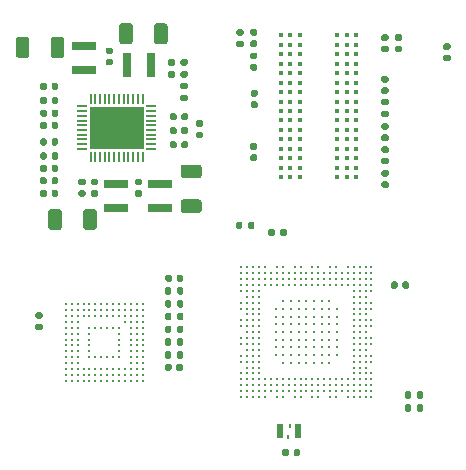
<source format=gbr>
%TF.GenerationSoftware,KiCad,Pcbnew,5.1.10-88a1d61d58~88~ubuntu20.04.1*%
%TF.CreationDate,2021-06-10T18:40:27+05:30*%
%TF.ProjectId,LB1A_DCA7M4_R512MB_F4GB,4c423141-5f44-4434-9137-4d345f523531,1.0.0*%
%TF.SameCoordinates,Original*%
%TF.FileFunction,Paste,Top*%
%TF.FilePolarity,Positive*%
%FSLAX46Y46*%
G04 Gerber Fmt 4.6, Leading zero omitted, Abs format (unit mm)*
G04 Created by KiCad (PCBNEW 5.1.10-88a1d61d58~88~ubuntu20.04.1) date 2021-06-10 18:40:27*
%MOMM*%
%LPD*%
G01*
G04 APERTURE LIST*
%ADD10C,0.240000*%
%ADD11C,0.410000*%
%ADD12R,0.150000X0.450000*%
%ADD13R,0.500000X1.200000*%
%ADD14R,0.200000X0.850000*%
%ADD15R,0.850000X0.200000*%
%ADD16R,4.600000X3.600000*%
%ADD17C,0.290000*%
%ADD18R,2.000000X0.800000*%
%ADD19R,0.800000X2.000000*%
G04 APERTURE END LIST*
D10*
%TO.C,U1*%
X152710000Y-96140000D03*
X152710000Y-96640000D03*
X152710000Y-97140000D03*
X152710000Y-97640000D03*
X152710000Y-98140000D03*
X152710000Y-99140000D03*
X152710000Y-99640000D03*
X152710000Y-100640000D03*
X152710000Y-101140000D03*
X152710000Y-102140000D03*
X152710000Y-102640000D03*
X152710000Y-103640000D03*
X152710000Y-104140000D03*
X152710000Y-105140000D03*
X152710000Y-105640000D03*
X152710000Y-106140000D03*
X152710000Y-106640000D03*
X152710000Y-107140000D03*
X152210000Y-96140000D03*
X152210000Y-96640000D03*
X152210000Y-97140000D03*
X152210000Y-97640000D03*
X152210000Y-98140000D03*
X152210000Y-98640000D03*
X152210000Y-99140000D03*
X152210000Y-99640000D03*
X152210000Y-100140000D03*
X152210000Y-100640000D03*
X152210000Y-101140000D03*
X152210000Y-101640000D03*
X152210000Y-102140000D03*
X152210000Y-102640000D03*
X152210000Y-103140000D03*
X152210000Y-103640000D03*
X152210000Y-104140000D03*
X152210000Y-104640000D03*
X152210000Y-105140000D03*
X152210000Y-105640000D03*
X152210000Y-106140000D03*
X152210000Y-106640000D03*
X152210000Y-107140000D03*
X151710000Y-96140000D03*
X151710000Y-96640000D03*
X151710000Y-97140000D03*
X151710000Y-97640000D03*
X151710000Y-98140000D03*
X151710000Y-98640000D03*
X151710000Y-99140000D03*
X151710000Y-99640000D03*
X151710000Y-100140000D03*
X151710000Y-100640000D03*
X151710000Y-101140000D03*
X151710000Y-101640000D03*
X151710000Y-102140000D03*
X151710000Y-102640000D03*
X151710000Y-103140000D03*
X151710000Y-103640000D03*
X151710000Y-104140000D03*
X151710000Y-104640000D03*
X151710000Y-105140000D03*
X151710000Y-105640000D03*
X151710000Y-106140000D03*
X151710000Y-106640000D03*
X151710000Y-107140000D03*
X151210000Y-96140000D03*
X151210000Y-96640000D03*
X151210000Y-97140000D03*
X151210000Y-97640000D03*
X151210000Y-98140000D03*
X151210000Y-98640000D03*
X151210000Y-99140000D03*
X151210000Y-99640000D03*
X151210000Y-100140000D03*
X151210000Y-100640000D03*
X151210000Y-101140000D03*
X151210000Y-101640000D03*
X151210000Y-102140000D03*
X151210000Y-102640000D03*
X151210000Y-103140000D03*
X151210000Y-103640000D03*
X151210000Y-104140000D03*
X151210000Y-104640000D03*
X151210000Y-105140000D03*
X151210000Y-105640000D03*
X151210000Y-106140000D03*
X151210000Y-106640000D03*
X151210000Y-107140000D03*
X150710000Y-96140000D03*
X150710000Y-96640000D03*
X150710000Y-97140000D03*
X150710000Y-97640000D03*
X150710000Y-105640000D03*
X150710000Y-106140000D03*
X150710000Y-106640000D03*
X150710000Y-107140000D03*
X150210000Y-96640000D03*
X150210000Y-97140000D03*
X150210000Y-97640000D03*
X150210000Y-105640000D03*
X150210000Y-106140000D03*
X150210000Y-106640000D03*
X149710000Y-96140000D03*
X149710000Y-96640000D03*
X149710000Y-97140000D03*
X149710000Y-97640000D03*
X149710000Y-105640000D03*
X149710000Y-106140000D03*
X149710000Y-106640000D03*
X149710000Y-107140000D03*
X149210000Y-96140000D03*
X149210000Y-96640000D03*
X149210000Y-97140000D03*
X149210000Y-97640000D03*
X149810000Y-99690000D03*
X149810000Y-100340000D03*
X149810000Y-100990000D03*
X149810000Y-101640000D03*
X149810000Y-102290000D03*
X149810000Y-102940000D03*
X149810000Y-103590000D03*
X149210000Y-105640000D03*
X149210000Y-106140000D03*
X149210000Y-106640000D03*
X149210000Y-107140000D03*
X148710000Y-96640000D03*
X148710000Y-97140000D03*
X148710000Y-97640000D03*
X149160000Y-99040000D03*
X149160000Y-99690000D03*
X149160000Y-100340000D03*
X149160000Y-100990000D03*
X149160000Y-101640000D03*
X149160000Y-102290000D03*
X149160000Y-102940000D03*
X149160000Y-103590000D03*
X149160000Y-104240000D03*
X148710000Y-105640000D03*
X148710000Y-106140000D03*
X148710000Y-106640000D03*
X148210000Y-96140000D03*
X148210000Y-96640000D03*
X148210000Y-97140000D03*
X148210000Y-97640000D03*
X148510000Y-99040000D03*
X148510000Y-99690000D03*
X148510000Y-100340000D03*
X148510000Y-100990000D03*
X148510000Y-101640000D03*
X148510000Y-102290000D03*
X148510000Y-102940000D03*
X148510000Y-103590000D03*
X148510000Y-104240000D03*
X148210000Y-105640000D03*
X148210000Y-106140000D03*
X148210000Y-106640000D03*
X148210000Y-107140000D03*
X147710000Y-96140000D03*
X147710000Y-96640000D03*
X147710000Y-97140000D03*
X147710000Y-97640000D03*
X147860000Y-99040000D03*
X147860000Y-99690000D03*
X147860000Y-100340000D03*
X147860000Y-100990000D03*
X147860000Y-101640000D03*
X147860000Y-102290000D03*
X147860000Y-102940000D03*
X147860000Y-103590000D03*
X147860000Y-104240000D03*
X147710000Y-105640000D03*
X147710000Y-106140000D03*
X147710000Y-106640000D03*
X147710000Y-107140000D03*
X147210000Y-96640000D03*
X147210000Y-97140000D03*
X147210000Y-97640000D03*
X147210000Y-99040000D03*
X147210000Y-99690000D03*
X147210000Y-100340000D03*
X147210000Y-100990000D03*
X147210000Y-101640000D03*
X147210000Y-102290000D03*
X147210000Y-102940000D03*
X147210000Y-103590000D03*
X147210000Y-104240000D03*
X147210000Y-105640000D03*
X147210000Y-106140000D03*
X147210000Y-106640000D03*
X146710000Y-96140000D03*
X146710000Y-96640000D03*
X146710000Y-97140000D03*
X146710000Y-97640000D03*
X146560000Y-99040000D03*
X146560000Y-99690000D03*
X146560000Y-100340000D03*
X146560000Y-100990000D03*
X146560000Y-101640000D03*
X146560000Y-102290000D03*
X146560000Y-102940000D03*
X146560000Y-103590000D03*
X146560000Y-104240000D03*
X146710000Y-105640000D03*
X146710000Y-106140000D03*
X146710000Y-106640000D03*
X146710000Y-107140000D03*
X146210000Y-96140000D03*
X146210000Y-96640000D03*
X146210000Y-97140000D03*
X146210000Y-97640000D03*
X145910000Y-99040000D03*
X145910000Y-99690000D03*
X145910000Y-100340000D03*
X145910000Y-100990000D03*
X145910000Y-101640000D03*
X145910000Y-102290000D03*
X145910000Y-102940000D03*
X145910000Y-103590000D03*
X145910000Y-104240000D03*
X146210000Y-105640000D03*
X146210000Y-106140000D03*
X146210000Y-106640000D03*
X146210000Y-107140000D03*
X145710000Y-96640000D03*
X145710000Y-97140000D03*
X145710000Y-97640000D03*
X145260000Y-99040000D03*
X145260000Y-99690000D03*
X145260000Y-100340000D03*
X145260000Y-100990000D03*
X145260000Y-101640000D03*
X145260000Y-102290000D03*
X145260000Y-102940000D03*
X145260000Y-103590000D03*
X145260000Y-104240000D03*
X145710000Y-105640000D03*
X145710000Y-106140000D03*
X145710000Y-106640000D03*
X145210000Y-96140000D03*
X145210000Y-96640000D03*
X145210000Y-97140000D03*
X145210000Y-97640000D03*
X144610000Y-99690000D03*
X144610000Y-100340000D03*
X144610000Y-100990000D03*
X144610000Y-101640000D03*
X144610000Y-102290000D03*
X144610000Y-102940000D03*
X144610000Y-103590000D03*
X145210000Y-105640000D03*
X145210000Y-106140000D03*
X145210000Y-106640000D03*
X145210000Y-107140000D03*
X144710000Y-96140000D03*
X144710000Y-96640000D03*
X144710000Y-97140000D03*
X144710000Y-97640000D03*
X144710000Y-105640000D03*
X144710000Y-106140000D03*
X144710000Y-106640000D03*
X144710000Y-107140000D03*
X144210000Y-96640000D03*
X144210000Y-97140000D03*
X144210000Y-97640000D03*
X144210000Y-105640000D03*
X144210000Y-106140000D03*
X144210000Y-106640000D03*
X143710000Y-96140000D03*
X143710000Y-96640000D03*
X143710000Y-97140000D03*
X143710000Y-97640000D03*
X143710000Y-105640000D03*
X143710000Y-106140000D03*
X143710000Y-106640000D03*
X143710000Y-107140000D03*
X143210000Y-96140000D03*
X143210000Y-96640000D03*
X143210000Y-97140000D03*
X143210000Y-97640000D03*
X143210000Y-98140000D03*
X143210000Y-98640000D03*
X143210000Y-99140000D03*
X143210000Y-99640000D03*
X143210000Y-100140000D03*
X143210000Y-100640000D03*
X143210000Y-101140000D03*
X143210000Y-101640000D03*
X143210000Y-102140000D03*
X143210000Y-102640000D03*
X143210000Y-103140000D03*
X143210000Y-103640000D03*
X143210000Y-104140000D03*
X143210000Y-104640000D03*
X143210000Y-105140000D03*
X143210000Y-105640000D03*
X143210000Y-106140000D03*
X143210000Y-106640000D03*
X143210000Y-107140000D03*
X142710000Y-96140000D03*
X142710000Y-96640000D03*
X142710000Y-97140000D03*
X142710000Y-97640000D03*
X142710000Y-98140000D03*
X142710000Y-98640000D03*
X142710000Y-99140000D03*
X142710000Y-99640000D03*
X142710000Y-100140000D03*
X142710000Y-100640000D03*
X142710000Y-101140000D03*
X142710000Y-101640000D03*
X142710000Y-102140000D03*
X142710000Y-102640000D03*
X142710000Y-103140000D03*
X142710000Y-103640000D03*
X142710000Y-104140000D03*
X142710000Y-104640000D03*
X142710000Y-105140000D03*
X142710000Y-105640000D03*
X142710000Y-106140000D03*
X142710000Y-106640000D03*
X142710000Y-107140000D03*
X142210000Y-96140000D03*
X142210000Y-96640000D03*
X142210000Y-97140000D03*
X142210000Y-97640000D03*
X142210000Y-98140000D03*
X142210000Y-98640000D03*
X142210000Y-99140000D03*
X142210000Y-99640000D03*
X142210000Y-100140000D03*
X142210000Y-100640000D03*
X142210000Y-101140000D03*
X142210000Y-101640000D03*
X142210000Y-102140000D03*
X142210000Y-102640000D03*
X142210000Y-103140000D03*
X142210000Y-103640000D03*
X142210000Y-104140000D03*
X142210000Y-104640000D03*
X142210000Y-105140000D03*
X142210000Y-105640000D03*
X142210000Y-106140000D03*
X142210000Y-106640000D03*
X142210000Y-107140000D03*
X141710000Y-96140000D03*
X141710000Y-96640000D03*
X141710000Y-97140000D03*
X141710000Y-97640000D03*
X141710000Y-98140000D03*
X141710000Y-99140000D03*
X141710000Y-99640000D03*
X141710000Y-100640000D03*
X141710000Y-101140000D03*
X141710000Y-102140000D03*
X141710000Y-102640000D03*
X141710000Y-103640000D03*
X141710000Y-104140000D03*
X141710000Y-105140000D03*
X141710000Y-105640000D03*
X141710000Y-106140000D03*
X141710000Y-106640000D03*
X141710000Y-107140000D03*
%TD*%
%TO.C,U1*%
X141710000Y-107140000D03*
X141710000Y-106640000D03*
X141710000Y-106140000D03*
X141710000Y-105640000D03*
X141710000Y-105140000D03*
X141710000Y-104140000D03*
X141710000Y-103640000D03*
X141710000Y-102640000D03*
X141710000Y-102140000D03*
X141710000Y-101140000D03*
X141710000Y-100640000D03*
X141710000Y-99640000D03*
X141710000Y-99140000D03*
X141710000Y-98140000D03*
X141710000Y-97640000D03*
X141710000Y-97140000D03*
X141710000Y-96640000D03*
X141710000Y-96140000D03*
X142210000Y-107140000D03*
X142210000Y-106640000D03*
X142210000Y-106140000D03*
X142210000Y-105640000D03*
X142210000Y-105140000D03*
X142210000Y-104640000D03*
X142210000Y-104140000D03*
X142210000Y-103640000D03*
X142210000Y-103140000D03*
X142210000Y-102640000D03*
X142210000Y-102140000D03*
X142210000Y-101640000D03*
X142210000Y-101140000D03*
X142210000Y-100640000D03*
X142210000Y-100140000D03*
X142210000Y-99640000D03*
X142210000Y-99140000D03*
X142210000Y-98640000D03*
X142210000Y-98140000D03*
X142210000Y-97640000D03*
X142210000Y-97140000D03*
X142210000Y-96640000D03*
X142210000Y-96140000D03*
X142710000Y-107140000D03*
X142710000Y-106640000D03*
X142710000Y-106140000D03*
X142710000Y-105640000D03*
X142710000Y-105140000D03*
X142710000Y-104640000D03*
X142710000Y-104140000D03*
X142710000Y-103640000D03*
X142710000Y-103140000D03*
X142710000Y-102640000D03*
X142710000Y-102140000D03*
X142710000Y-101640000D03*
X142710000Y-101140000D03*
X142710000Y-100640000D03*
X142710000Y-100140000D03*
X142710000Y-99640000D03*
X142710000Y-99140000D03*
X142710000Y-98640000D03*
X142710000Y-98140000D03*
X142710000Y-97640000D03*
X142710000Y-97140000D03*
X142710000Y-96640000D03*
X142710000Y-96140000D03*
X143210000Y-107140000D03*
X143210000Y-106640000D03*
X143210000Y-106140000D03*
X143210000Y-105640000D03*
X143210000Y-105140000D03*
X143210000Y-104640000D03*
X143210000Y-104140000D03*
X143210000Y-103640000D03*
X143210000Y-103140000D03*
X143210000Y-102640000D03*
X143210000Y-102140000D03*
X143210000Y-101640000D03*
X143210000Y-101140000D03*
X143210000Y-100640000D03*
X143210000Y-100140000D03*
X143210000Y-99640000D03*
X143210000Y-99140000D03*
X143210000Y-98640000D03*
X143210000Y-98140000D03*
X143210000Y-97640000D03*
X143210000Y-97140000D03*
X143210000Y-96640000D03*
X143210000Y-96140000D03*
X143710000Y-107140000D03*
X143710000Y-106640000D03*
X143710000Y-106140000D03*
X143710000Y-105640000D03*
X143710000Y-97640000D03*
X143710000Y-97140000D03*
X143710000Y-96640000D03*
X143710000Y-96140000D03*
X144210000Y-106640000D03*
X144210000Y-106140000D03*
X144210000Y-105640000D03*
X144210000Y-97640000D03*
X144210000Y-97140000D03*
X144210000Y-96640000D03*
X144710000Y-107140000D03*
X144710000Y-106640000D03*
X144710000Y-106140000D03*
X144710000Y-105640000D03*
X144710000Y-97640000D03*
X144710000Y-97140000D03*
X144710000Y-96640000D03*
X144710000Y-96140000D03*
X145210000Y-107140000D03*
X145210000Y-106640000D03*
X145210000Y-106140000D03*
X145210000Y-105640000D03*
X144610000Y-103590000D03*
X144610000Y-102940000D03*
X144610000Y-102290000D03*
X144610000Y-101640000D03*
X144610000Y-100990000D03*
X144610000Y-100340000D03*
X144610000Y-99690000D03*
X145210000Y-97640000D03*
X145210000Y-97140000D03*
X145210000Y-96640000D03*
X145210000Y-96140000D03*
X145710000Y-106640000D03*
X145710000Y-106140000D03*
X145710000Y-105640000D03*
X145260000Y-104240000D03*
X145260000Y-103590000D03*
X145260000Y-102940000D03*
X145260000Y-102290000D03*
X145260000Y-101640000D03*
X145260000Y-100990000D03*
X145260000Y-100340000D03*
X145260000Y-99690000D03*
X145260000Y-99040000D03*
X145710000Y-97640000D03*
X145710000Y-97140000D03*
X145710000Y-96640000D03*
X146210000Y-107140000D03*
X146210000Y-106640000D03*
X146210000Y-106140000D03*
X146210000Y-105640000D03*
X145910000Y-104240000D03*
X145910000Y-103590000D03*
X145910000Y-102940000D03*
X145910000Y-102290000D03*
X145910000Y-101640000D03*
X145910000Y-100990000D03*
X145910000Y-100340000D03*
X145910000Y-99690000D03*
X145910000Y-99040000D03*
X146210000Y-97640000D03*
X146210000Y-97140000D03*
X146210000Y-96640000D03*
X146210000Y-96140000D03*
X146710000Y-107140000D03*
X146710000Y-106640000D03*
X146710000Y-106140000D03*
X146710000Y-105640000D03*
X146560000Y-104240000D03*
X146560000Y-103590000D03*
X146560000Y-102940000D03*
X146560000Y-102290000D03*
X146560000Y-101640000D03*
X146560000Y-100990000D03*
X146560000Y-100340000D03*
X146560000Y-99690000D03*
X146560000Y-99040000D03*
X146710000Y-97640000D03*
X146710000Y-97140000D03*
X146710000Y-96640000D03*
X146710000Y-96140000D03*
X147210000Y-106640000D03*
X147210000Y-106140000D03*
X147210000Y-105640000D03*
X147210000Y-104240000D03*
X147210000Y-103590000D03*
X147210000Y-102940000D03*
X147210000Y-102290000D03*
X147210000Y-101640000D03*
X147210000Y-100990000D03*
X147210000Y-100340000D03*
X147210000Y-99690000D03*
X147210000Y-99040000D03*
X147210000Y-97640000D03*
X147210000Y-97140000D03*
X147210000Y-96640000D03*
X147710000Y-107140000D03*
X147710000Y-106640000D03*
X147710000Y-106140000D03*
X147710000Y-105640000D03*
X147860000Y-104240000D03*
X147860000Y-103590000D03*
X147860000Y-102940000D03*
X147860000Y-102290000D03*
X147860000Y-101640000D03*
X147860000Y-100990000D03*
X147860000Y-100340000D03*
X147860000Y-99690000D03*
X147860000Y-99040000D03*
X147710000Y-97640000D03*
X147710000Y-97140000D03*
X147710000Y-96640000D03*
X147710000Y-96140000D03*
X148210000Y-107140000D03*
X148210000Y-106640000D03*
X148210000Y-106140000D03*
X148210000Y-105640000D03*
X148510000Y-104240000D03*
X148510000Y-103590000D03*
X148510000Y-102940000D03*
X148510000Y-102290000D03*
X148510000Y-101640000D03*
X148510000Y-100990000D03*
X148510000Y-100340000D03*
X148510000Y-99690000D03*
X148510000Y-99040000D03*
X148210000Y-97640000D03*
X148210000Y-97140000D03*
X148210000Y-96640000D03*
X148210000Y-96140000D03*
X148710000Y-106640000D03*
X148710000Y-106140000D03*
X148710000Y-105640000D03*
X149160000Y-104240000D03*
X149160000Y-103590000D03*
X149160000Y-102940000D03*
X149160000Y-102290000D03*
X149160000Y-101640000D03*
X149160000Y-100990000D03*
X149160000Y-100340000D03*
X149160000Y-99690000D03*
X149160000Y-99040000D03*
X148710000Y-97640000D03*
X148710000Y-97140000D03*
X148710000Y-96640000D03*
X149210000Y-107140000D03*
X149210000Y-106640000D03*
X149210000Y-106140000D03*
X149210000Y-105640000D03*
X149810000Y-103590000D03*
X149810000Y-102940000D03*
X149810000Y-102290000D03*
X149810000Y-101640000D03*
X149810000Y-100990000D03*
X149810000Y-100340000D03*
X149810000Y-99690000D03*
X149210000Y-97640000D03*
X149210000Y-97140000D03*
X149210000Y-96640000D03*
X149210000Y-96140000D03*
X149710000Y-107140000D03*
X149710000Y-106640000D03*
X149710000Y-106140000D03*
X149710000Y-105640000D03*
X149710000Y-97640000D03*
X149710000Y-97140000D03*
X149710000Y-96640000D03*
X149710000Y-96140000D03*
X150210000Y-106640000D03*
X150210000Y-106140000D03*
X150210000Y-105640000D03*
X150210000Y-97640000D03*
X150210000Y-97140000D03*
X150210000Y-96640000D03*
X150710000Y-107140000D03*
X150710000Y-106640000D03*
X150710000Y-106140000D03*
X150710000Y-105640000D03*
X150710000Y-97640000D03*
X150710000Y-97140000D03*
X150710000Y-96640000D03*
X150710000Y-96140000D03*
X151210000Y-107140000D03*
X151210000Y-106640000D03*
X151210000Y-106140000D03*
X151210000Y-105640000D03*
X151210000Y-105140000D03*
X151210000Y-104640000D03*
X151210000Y-104140000D03*
X151210000Y-103640000D03*
X151210000Y-103140000D03*
X151210000Y-102640000D03*
X151210000Y-102140000D03*
X151210000Y-101640000D03*
X151210000Y-101140000D03*
X151210000Y-100640000D03*
X151210000Y-100140000D03*
X151210000Y-99640000D03*
X151210000Y-99140000D03*
X151210000Y-98640000D03*
X151210000Y-98140000D03*
X151210000Y-97640000D03*
X151210000Y-97140000D03*
X151210000Y-96640000D03*
X151210000Y-96140000D03*
X151710000Y-107140000D03*
X151710000Y-106640000D03*
X151710000Y-106140000D03*
X151710000Y-105640000D03*
X151710000Y-105140000D03*
X151710000Y-104640000D03*
X151710000Y-104140000D03*
X151710000Y-103640000D03*
X151710000Y-103140000D03*
X151710000Y-102640000D03*
X151710000Y-102140000D03*
X151710000Y-101640000D03*
X151710000Y-101140000D03*
X151710000Y-100640000D03*
X151710000Y-100140000D03*
X151710000Y-99640000D03*
X151710000Y-99140000D03*
X151710000Y-98640000D03*
X151710000Y-98140000D03*
X151710000Y-97640000D03*
X151710000Y-97140000D03*
X151710000Y-96640000D03*
X151710000Y-96140000D03*
X152210000Y-107140000D03*
X152210000Y-106640000D03*
X152210000Y-106140000D03*
X152210000Y-105640000D03*
X152210000Y-105140000D03*
X152210000Y-104640000D03*
X152210000Y-104140000D03*
X152210000Y-103640000D03*
X152210000Y-103140000D03*
X152210000Y-102640000D03*
X152210000Y-102140000D03*
X152210000Y-101640000D03*
X152210000Y-101140000D03*
X152210000Y-100640000D03*
X152210000Y-100140000D03*
X152210000Y-99640000D03*
X152210000Y-99140000D03*
X152210000Y-98640000D03*
X152210000Y-98140000D03*
X152210000Y-97640000D03*
X152210000Y-97140000D03*
X152210000Y-96640000D03*
X152210000Y-96140000D03*
X152710000Y-107140000D03*
X152710000Y-106640000D03*
X152710000Y-106140000D03*
X152710000Y-105640000D03*
X152710000Y-105140000D03*
X152710000Y-104140000D03*
X152710000Y-103640000D03*
X152710000Y-102640000D03*
X152710000Y-102140000D03*
X152710000Y-101140000D03*
X152710000Y-100640000D03*
X152710000Y-99640000D03*
X152710000Y-99140000D03*
X152710000Y-98140000D03*
X152710000Y-97640000D03*
X152710000Y-97140000D03*
X152710000Y-96640000D03*
X152710000Y-96140000D03*
%TD*%
D11*
%TO.C,U2*%
X145030000Y-76520000D03*
X145830000Y-76520000D03*
X146630000Y-76520000D03*
X149830000Y-76520000D03*
X150630000Y-76520000D03*
X151430000Y-76520000D03*
X145030000Y-77320000D03*
X145830000Y-77320000D03*
X146630000Y-77320000D03*
X149830000Y-77320000D03*
X150630000Y-77320000D03*
X151430000Y-77320000D03*
X145030000Y-78120000D03*
X145830000Y-78120000D03*
X146630000Y-78120000D03*
X149830000Y-78120000D03*
X150630000Y-78120000D03*
X151430000Y-78120000D03*
X145030000Y-78920000D03*
X145830000Y-78920000D03*
X146630000Y-78920000D03*
X149830000Y-78920000D03*
X150630000Y-78920000D03*
X151430000Y-78920000D03*
X145030000Y-79720000D03*
X145830000Y-79720000D03*
X146630000Y-79720000D03*
X149830000Y-79720000D03*
X150630000Y-79720000D03*
X151430000Y-79720000D03*
X145030000Y-80520000D03*
X145830000Y-80520000D03*
X146630000Y-80520000D03*
X149830000Y-80520000D03*
X150630000Y-80520000D03*
X151430000Y-80520000D03*
X145030000Y-81320000D03*
X145830000Y-81320000D03*
X146630000Y-81320000D03*
X149830000Y-81320000D03*
X150630000Y-81320000D03*
X151430000Y-81320000D03*
X145030000Y-82120000D03*
X145830000Y-82120000D03*
X146630000Y-82120000D03*
X149830000Y-82120000D03*
X150630000Y-82120000D03*
X151430000Y-82120000D03*
X145030000Y-82920000D03*
X145830000Y-82920000D03*
X146630000Y-82920000D03*
X149830000Y-82920000D03*
X150630000Y-82920000D03*
X151430000Y-82920000D03*
X145030000Y-83720000D03*
X145830000Y-83720000D03*
X146630000Y-83720000D03*
X149830000Y-83720000D03*
X150630000Y-83720000D03*
X151430000Y-83720000D03*
X145030000Y-84520000D03*
X145830000Y-84520000D03*
X146630000Y-84520000D03*
X149830000Y-84520000D03*
X150630000Y-84520000D03*
X151430000Y-84520000D03*
X145030000Y-85320000D03*
X145830000Y-85320000D03*
X146630000Y-85320000D03*
X149830000Y-85320000D03*
X150630000Y-85320000D03*
X151430000Y-85320000D03*
X145030000Y-86120000D03*
X145830000Y-86120000D03*
X146630000Y-86120000D03*
X149830000Y-86120000D03*
X150630000Y-86120000D03*
X151430000Y-86120000D03*
X145030000Y-86920000D03*
X145830000Y-86920000D03*
X146630000Y-86920000D03*
X149830000Y-86920000D03*
X150630000Y-86920000D03*
X151430000Y-86920000D03*
X145030000Y-87720000D03*
X145830000Y-87720000D03*
X146630000Y-87720000D03*
X149830000Y-87720000D03*
X150630000Y-87720000D03*
X151430000Y-87720000D03*
X145030000Y-88520000D03*
X145830000Y-88520000D03*
X146630000Y-88520000D03*
X149830000Y-88520000D03*
X150630000Y-88520000D03*
X151430000Y-88520000D03*
%TD*%
%TO.C,R6*%
G36*
G01*
X156550000Y-107155000D02*
X156550000Y-106785000D01*
G75*
G02*
X156685000Y-106650000I135000J0D01*
G01*
X156955000Y-106650000D01*
G75*
G02*
X157090000Y-106785000I0J-135000D01*
G01*
X157090000Y-107155000D01*
G75*
G02*
X156955000Y-107290000I-135000J0D01*
G01*
X156685000Y-107290000D01*
G75*
G02*
X156550000Y-107155000I0J135000D01*
G01*
G37*
G36*
G01*
X155530000Y-107155000D02*
X155530000Y-106785000D01*
G75*
G02*
X155665000Y-106650000I135000J0D01*
G01*
X155935000Y-106650000D01*
G75*
G02*
X156070000Y-106785000I0J-135000D01*
G01*
X156070000Y-107155000D01*
G75*
G02*
X155935000Y-107290000I-135000J0D01*
G01*
X155665000Y-107290000D01*
G75*
G02*
X155530000Y-107155000I0J135000D01*
G01*
G37*
%TD*%
%TO.C,C77*%
G36*
G01*
X146120000Y-112020000D02*
X146120000Y-111680000D01*
G75*
G02*
X146260000Y-111540000I140000J0D01*
G01*
X146540000Y-111540000D01*
G75*
G02*
X146680000Y-111680000I0J-140000D01*
G01*
X146680000Y-112020000D01*
G75*
G02*
X146540000Y-112160000I-140000J0D01*
G01*
X146260000Y-112160000D01*
G75*
G02*
X146120000Y-112020000I0J140000D01*
G01*
G37*
G36*
G01*
X145160000Y-112020000D02*
X145160000Y-111680000D01*
G75*
G02*
X145300000Y-111540000I140000J0D01*
G01*
X145580000Y-111540000D01*
G75*
G02*
X145720000Y-111680000I0J-140000D01*
G01*
X145720000Y-112020000D01*
G75*
G02*
X145580000Y-112160000I-140000J0D01*
G01*
X145300000Y-112160000D01*
G75*
G02*
X145160000Y-112020000I0J140000D01*
G01*
G37*
%TD*%
D12*
%TO.C,X1*%
X145640000Y-110490000D03*
X145840000Y-109590000D03*
D13*
X146490000Y-110040000D03*
X144990000Y-110040000D03*
%TD*%
D14*
%TO.C,U4*%
X133330000Y-81880000D03*
X132930000Y-81880000D03*
X132530000Y-81880000D03*
X132130000Y-81880000D03*
X131730000Y-81880000D03*
X131330000Y-81880000D03*
X130930000Y-81880000D03*
X130530000Y-81880000D03*
X130130000Y-81880000D03*
X129730000Y-81880000D03*
X129330000Y-81880000D03*
X128930000Y-81880000D03*
D15*
X128180000Y-82530000D03*
X128180000Y-82930000D03*
X128180000Y-83330000D03*
X128180000Y-83730000D03*
X128180000Y-84130000D03*
X128180000Y-84530000D03*
X128180000Y-84930000D03*
X128180000Y-85330000D03*
X128180000Y-85730000D03*
X128180000Y-86130000D03*
D14*
X128930000Y-86780000D03*
X129330000Y-86780000D03*
X129730000Y-86780000D03*
X130130000Y-86780000D03*
X130530000Y-86780000D03*
X130930000Y-86780000D03*
X131330000Y-86780000D03*
X131730000Y-86780000D03*
X132130000Y-86780000D03*
X132530000Y-86780000D03*
X132930000Y-86780000D03*
X133330000Y-86780000D03*
D15*
X134080000Y-86130000D03*
X134080000Y-85730000D03*
X134080000Y-85330000D03*
X134080000Y-84930000D03*
X134080000Y-84530000D03*
X134080000Y-84130000D03*
X134080000Y-83730000D03*
X134080000Y-83330000D03*
X134080000Y-82930000D03*
X134080000Y-82530000D03*
D16*
X131130000Y-84330000D03*
%TD*%
D17*
%TO.C,U3*%
X133340000Y-99270000D03*
X133340000Y-99770000D03*
X133340000Y-100270000D03*
X133340000Y-100770000D03*
X133340000Y-101270000D03*
X133340000Y-101770000D03*
X133340000Y-102270000D03*
X133340000Y-102770000D03*
X133340000Y-103270000D03*
X133340000Y-103770000D03*
X133340000Y-104270000D03*
X133340000Y-104770000D03*
X133340000Y-105270000D03*
X133340000Y-105770000D03*
X132840000Y-99270000D03*
X132840000Y-99770000D03*
X132840000Y-100270000D03*
X132840000Y-100770000D03*
X132840000Y-101270000D03*
X132840000Y-101770000D03*
X132840000Y-102270000D03*
X132840000Y-102770000D03*
X132840000Y-103270000D03*
X132840000Y-103770000D03*
X132840000Y-104270000D03*
X132840000Y-104770000D03*
X132840000Y-105270000D03*
X132840000Y-105770000D03*
X132340000Y-99270000D03*
X132340000Y-99770000D03*
X132340000Y-100270000D03*
X132340000Y-100770000D03*
X132340000Y-101270000D03*
X132340000Y-101770000D03*
X132340000Y-102270000D03*
X132340000Y-102770000D03*
X132340000Y-103270000D03*
X132340000Y-103770000D03*
X132340000Y-104270000D03*
X132340000Y-104770000D03*
X132340000Y-105270000D03*
X132340000Y-105770000D03*
X131840000Y-99270000D03*
X131840000Y-99770000D03*
X131840000Y-100270000D03*
X131840000Y-100770000D03*
X131840000Y-104770000D03*
X131840000Y-105270000D03*
X131840000Y-105770000D03*
X131340000Y-99270000D03*
X131340000Y-99770000D03*
X131340000Y-100270000D03*
X131340000Y-101270000D03*
X131340000Y-101770000D03*
X131340000Y-102270000D03*
X131340000Y-102770000D03*
X131340000Y-103270000D03*
X131340000Y-103770000D03*
X131340000Y-104770000D03*
X131340000Y-105270000D03*
X131340000Y-105770000D03*
X130840000Y-99270000D03*
X130840000Y-99770000D03*
X130840000Y-100270000D03*
X130840000Y-101270000D03*
X130840000Y-103770000D03*
X130840000Y-104770000D03*
X130840000Y-105270000D03*
X130840000Y-105770000D03*
X130340000Y-99270000D03*
X130340000Y-99770000D03*
X130340000Y-100270000D03*
X130340000Y-101270000D03*
X130340000Y-103770000D03*
X130340000Y-104770000D03*
X130340000Y-105270000D03*
X130340000Y-105770000D03*
X129840000Y-99270000D03*
X129840000Y-99770000D03*
X129840000Y-100270000D03*
X129840000Y-101270000D03*
X129840000Y-103770000D03*
X129840000Y-104770000D03*
X129840000Y-105270000D03*
X129840000Y-105770000D03*
X129340000Y-99270000D03*
X129340000Y-99770000D03*
X129340000Y-100270000D03*
X129340000Y-101270000D03*
X129340000Y-103770000D03*
X129340000Y-104770000D03*
X129340000Y-105270000D03*
X129340000Y-105770000D03*
X128840000Y-99270000D03*
X128840000Y-99770000D03*
X128840000Y-100270000D03*
X128840000Y-101270000D03*
X128840000Y-101770000D03*
X128840000Y-102270000D03*
X128840000Y-102770000D03*
X128840000Y-103270000D03*
X128840000Y-103770000D03*
X128840000Y-104770000D03*
X128840000Y-105270000D03*
X128840000Y-105770000D03*
X128340000Y-99270000D03*
X128340000Y-99770000D03*
X128340000Y-100270000D03*
X128340000Y-104770000D03*
X128340000Y-105270000D03*
X128340000Y-105770000D03*
X127840000Y-99270000D03*
X127840000Y-99770000D03*
X127840000Y-100270000D03*
X127840000Y-100770000D03*
X127840000Y-101270000D03*
X127840000Y-101770000D03*
X127840000Y-102270000D03*
X127840000Y-102770000D03*
X127840000Y-103270000D03*
X127840000Y-103770000D03*
X127840000Y-104270000D03*
X127840000Y-104770000D03*
X127840000Y-105270000D03*
X127840000Y-105770000D03*
X127340000Y-99270000D03*
X127340000Y-99770000D03*
X127340000Y-100270000D03*
X127340000Y-100770000D03*
X127340000Y-101270000D03*
X127340000Y-101770000D03*
X127340000Y-102270000D03*
X127340000Y-102770000D03*
X127340000Y-103270000D03*
X127340000Y-103770000D03*
X127340000Y-104270000D03*
X127340000Y-104770000D03*
X127340000Y-105270000D03*
X127340000Y-105770000D03*
X126840000Y-99270000D03*
X126840000Y-99770000D03*
X126840000Y-100270000D03*
X126840000Y-100770000D03*
X126840000Y-101270000D03*
X126840000Y-101770000D03*
X126840000Y-102270000D03*
X126840000Y-102770000D03*
X126840000Y-103270000D03*
X126840000Y-103770000D03*
X126840000Y-104270000D03*
X126840000Y-104770000D03*
X126840000Y-105270000D03*
X126840000Y-105770000D03*
%TD*%
%TO.C,R46*%
G36*
G01*
X136655000Y-81540000D02*
X137025000Y-81540000D01*
G75*
G02*
X137160000Y-81675000I0J-135000D01*
G01*
X137160000Y-81945000D01*
G75*
G02*
X137025000Y-82080000I-135000J0D01*
G01*
X136655000Y-82080000D01*
G75*
G02*
X136520000Y-81945000I0J135000D01*
G01*
X136520000Y-81675000D01*
G75*
G02*
X136655000Y-81540000I135000J0D01*
G01*
G37*
G36*
G01*
X136655000Y-80520000D02*
X137025000Y-80520000D01*
G75*
G02*
X137160000Y-80655000I0J-135000D01*
G01*
X137160000Y-80925000D01*
G75*
G02*
X137025000Y-81060000I-135000J0D01*
G01*
X136655000Y-81060000D01*
G75*
G02*
X136520000Y-80925000I0J135000D01*
G01*
X136520000Y-80655000D01*
G75*
G02*
X136655000Y-80520000I135000J0D01*
G01*
G37*
%TD*%
%TO.C,R43*%
G36*
G01*
X135760000Y-103375000D02*
X135760000Y-103745000D01*
G75*
G02*
X135625000Y-103880000I-135000J0D01*
G01*
X135355000Y-103880000D01*
G75*
G02*
X135220000Y-103745000I0J135000D01*
G01*
X135220000Y-103375000D01*
G75*
G02*
X135355000Y-103240000I135000J0D01*
G01*
X135625000Y-103240000D01*
G75*
G02*
X135760000Y-103375000I0J-135000D01*
G01*
G37*
G36*
G01*
X136780000Y-103375000D02*
X136780000Y-103745000D01*
G75*
G02*
X136645000Y-103880000I-135000J0D01*
G01*
X136375000Y-103880000D01*
G75*
G02*
X136240000Y-103745000I0J135000D01*
G01*
X136240000Y-103375000D01*
G75*
G02*
X136375000Y-103240000I135000J0D01*
G01*
X136645000Y-103240000D01*
G75*
G02*
X136780000Y-103375000I0J-135000D01*
G01*
G37*
%TD*%
%TO.C,R40*%
G36*
G01*
X135780000Y-99055000D02*
X135780000Y-99425000D01*
G75*
G02*
X135645000Y-99560000I-135000J0D01*
G01*
X135375000Y-99560000D01*
G75*
G02*
X135240000Y-99425000I0J135000D01*
G01*
X135240000Y-99055000D01*
G75*
G02*
X135375000Y-98920000I135000J0D01*
G01*
X135645000Y-98920000D01*
G75*
G02*
X135780000Y-99055000I0J-135000D01*
G01*
G37*
G36*
G01*
X136800000Y-99055000D02*
X136800000Y-99425000D01*
G75*
G02*
X136665000Y-99560000I-135000J0D01*
G01*
X136395000Y-99560000D01*
G75*
G02*
X136260000Y-99425000I0J135000D01*
G01*
X136260000Y-99055000D01*
G75*
G02*
X136395000Y-98920000I135000J0D01*
G01*
X136665000Y-98920000D01*
G75*
G02*
X136800000Y-99055000I0J-135000D01*
G01*
G37*
%TD*%
%TO.C,R39*%
G36*
G01*
X135780000Y-97965000D02*
X135780000Y-98335000D01*
G75*
G02*
X135645000Y-98470000I-135000J0D01*
G01*
X135375000Y-98470000D01*
G75*
G02*
X135240000Y-98335000I0J135000D01*
G01*
X135240000Y-97965000D01*
G75*
G02*
X135375000Y-97830000I135000J0D01*
G01*
X135645000Y-97830000D01*
G75*
G02*
X135780000Y-97965000I0J-135000D01*
G01*
G37*
G36*
G01*
X136800000Y-97965000D02*
X136800000Y-98335000D01*
G75*
G02*
X136665000Y-98470000I-135000J0D01*
G01*
X136395000Y-98470000D01*
G75*
G02*
X136260000Y-98335000I0J135000D01*
G01*
X136260000Y-97965000D01*
G75*
G02*
X136395000Y-97830000I135000J0D01*
G01*
X136665000Y-97830000D01*
G75*
G02*
X136800000Y-97965000I0J-135000D01*
G01*
G37*
%TD*%
%TO.C,R38*%
G36*
G01*
X135770000Y-102305000D02*
X135770000Y-102675000D01*
G75*
G02*
X135635000Y-102810000I-135000J0D01*
G01*
X135365000Y-102810000D01*
G75*
G02*
X135230000Y-102675000I0J135000D01*
G01*
X135230000Y-102305000D01*
G75*
G02*
X135365000Y-102170000I135000J0D01*
G01*
X135635000Y-102170000D01*
G75*
G02*
X135770000Y-102305000I0J-135000D01*
G01*
G37*
G36*
G01*
X136790000Y-102305000D02*
X136790000Y-102675000D01*
G75*
G02*
X136655000Y-102810000I-135000J0D01*
G01*
X136385000Y-102810000D01*
G75*
G02*
X136250000Y-102675000I0J135000D01*
G01*
X136250000Y-102305000D01*
G75*
G02*
X136385000Y-102170000I135000J0D01*
G01*
X136655000Y-102170000D01*
G75*
G02*
X136790000Y-102305000I0J-135000D01*
G01*
G37*
%TD*%
%TO.C,R37*%
G36*
G01*
X135770000Y-101215000D02*
X135770000Y-101585000D01*
G75*
G02*
X135635000Y-101720000I-135000J0D01*
G01*
X135365000Y-101720000D01*
G75*
G02*
X135230000Y-101585000I0J135000D01*
G01*
X135230000Y-101215000D01*
G75*
G02*
X135365000Y-101080000I135000J0D01*
G01*
X135635000Y-101080000D01*
G75*
G02*
X135770000Y-101215000I0J-135000D01*
G01*
G37*
G36*
G01*
X136790000Y-101215000D02*
X136790000Y-101585000D01*
G75*
G02*
X136655000Y-101720000I-135000J0D01*
G01*
X136385000Y-101720000D01*
G75*
G02*
X136250000Y-101585000I0J135000D01*
G01*
X136250000Y-101215000D01*
G75*
G02*
X136385000Y-101080000I135000J0D01*
G01*
X136655000Y-101080000D01*
G75*
G02*
X136790000Y-101215000I0J-135000D01*
G01*
G37*
%TD*%
%TO.C,R36*%
G36*
G01*
X135780000Y-100135000D02*
X135780000Y-100505000D01*
G75*
G02*
X135645000Y-100640000I-135000J0D01*
G01*
X135375000Y-100640000D01*
G75*
G02*
X135240000Y-100505000I0J135000D01*
G01*
X135240000Y-100135000D01*
G75*
G02*
X135375000Y-100000000I135000J0D01*
G01*
X135645000Y-100000000D01*
G75*
G02*
X135780000Y-100135000I0J-135000D01*
G01*
G37*
G36*
G01*
X136800000Y-100135000D02*
X136800000Y-100505000D01*
G75*
G02*
X136665000Y-100640000I-135000J0D01*
G01*
X136395000Y-100640000D01*
G75*
G02*
X136260000Y-100505000I0J135000D01*
G01*
X136260000Y-100135000D01*
G75*
G02*
X136395000Y-100000000I135000J0D01*
G01*
X136665000Y-100000000D01*
G75*
G02*
X136800000Y-100135000I0J-135000D01*
G01*
G37*
%TD*%
%TO.C,R34*%
G36*
G01*
X154035000Y-82430000D02*
X153665000Y-82430000D01*
G75*
G02*
X153530000Y-82295000I0J135000D01*
G01*
X153530000Y-82025000D01*
G75*
G02*
X153665000Y-81890000I135000J0D01*
G01*
X154035000Y-81890000D01*
G75*
G02*
X154170000Y-82025000I0J-135000D01*
G01*
X154170000Y-82295000D01*
G75*
G02*
X154035000Y-82430000I-135000J0D01*
G01*
G37*
G36*
G01*
X154035000Y-83450000D02*
X153665000Y-83450000D01*
G75*
G02*
X153530000Y-83315000I0J135000D01*
G01*
X153530000Y-83045000D01*
G75*
G02*
X153665000Y-82910000I135000J0D01*
G01*
X154035000Y-82910000D01*
G75*
G02*
X154170000Y-83045000I0J-135000D01*
G01*
X154170000Y-83315000D01*
G75*
G02*
X154035000Y-83450000I-135000J0D01*
G01*
G37*
%TD*%
%TO.C,R27*%
G36*
G01*
X141780000Y-92425000D02*
X141780000Y-92795000D01*
G75*
G02*
X141645000Y-92930000I-135000J0D01*
G01*
X141375000Y-92930000D01*
G75*
G02*
X141240000Y-92795000I0J135000D01*
G01*
X141240000Y-92425000D01*
G75*
G02*
X141375000Y-92290000I135000J0D01*
G01*
X141645000Y-92290000D01*
G75*
G02*
X141780000Y-92425000I0J-135000D01*
G01*
G37*
G36*
G01*
X142800000Y-92425000D02*
X142800000Y-92795000D01*
G75*
G02*
X142665000Y-92930000I-135000J0D01*
G01*
X142395000Y-92930000D01*
G75*
G02*
X142260000Y-92795000I0J135000D01*
G01*
X142260000Y-92425000D01*
G75*
G02*
X142395000Y-92290000I135000J0D01*
G01*
X142665000Y-92290000D01*
G75*
G02*
X142800000Y-92425000I0J-135000D01*
G01*
G37*
%TD*%
%TO.C,R5*%
G36*
G01*
X136670000Y-79555000D02*
X137040000Y-79555000D01*
G75*
G02*
X137175000Y-79690000I0J-135000D01*
G01*
X137175000Y-79960000D01*
G75*
G02*
X137040000Y-80095000I-135000J0D01*
G01*
X136670000Y-80095000D01*
G75*
G02*
X136535000Y-79960000I0J135000D01*
G01*
X136535000Y-79690000D01*
G75*
G02*
X136670000Y-79555000I135000J0D01*
G01*
G37*
G36*
G01*
X136670000Y-78535000D02*
X137040000Y-78535000D01*
G75*
G02*
X137175000Y-78670000I0J-135000D01*
G01*
X137175000Y-78940000D01*
G75*
G02*
X137040000Y-79075000I-135000J0D01*
G01*
X136670000Y-79075000D01*
G75*
G02*
X136535000Y-78940000I0J135000D01*
G01*
X136535000Y-78670000D01*
G75*
G02*
X136670000Y-78535000I135000J0D01*
G01*
G37*
%TD*%
%TO.C,R4*%
G36*
G01*
X135595000Y-79555000D02*
X135965000Y-79555000D01*
G75*
G02*
X136100000Y-79690000I0J-135000D01*
G01*
X136100000Y-79960000D01*
G75*
G02*
X135965000Y-80095000I-135000J0D01*
G01*
X135595000Y-80095000D01*
G75*
G02*
X135460000Y-79960000I0J135000D01*
G01*
X135460000Y-79690000D01*
G75*
G02*
X135595000Y-79555000I135000J0D01*
G01*
G37*
G36*
G01*
X135595000Y-78535000D02*
X135965000Y-78535000D01*
G75*
G02*
X136100000Y-78670000I0J-135000D01*
G01*
X136100000Y-78940000D01*
G75*
G02*
X135965000Y-79075000I-135000J0D01*
G01*
X135595000Y-79075000D01*
G75*
G02*
X135460000Y-78940000I0J135000D01*
G01*
X135460000Y-78670000D01*
G75*
G02*
X135595000Y-78535000I135000J0D01*
G01*
G37*
%TD*%
%TO.C,R3*%
G36*
G01*
X156550000Y-108225000D02*
X156550000Y-107855000D01*
G75*
G02*
X156685000Y-107720000I135000J0D01*
G01*
X156955000Y-107720000D01*
G75*
G02*
X157090000Y-107855000I0J-135000D01*
G01*
X157090000Y-108225000D01*
G75*
G02*
X156955000Y-108360000I-135000J0D01*
G01*
X156685000Y-108360000D01*
G75*
G02*
X156550000Y-108225000I0J135000D01*
G01*
G37*
G36*
G01*
X155530000Y-108225000D02*
X155530000Y-107855000D01*
G75*
G02*
X155665000Y-107720000I135000J0D01*
G01*
X155935000Y-107720000D01*
G75*
G02*
X156070000Y-107855000I0J-135000D01*
G01*
X156070000Y-108225000D01*
G75*
G02*
X155935000Y-108360000I-135000J0D01*
G01*
X155665000Y-108360000D01*
G75*
G02*
X155530000Y-108225000I0J135000D01*
G01*
G37*
%TD*%
%TO.C,R1*%
G36*
G01*
X144530000Y-93025000D02*
X144530000Y-93395000D01*
G75*
G02*
X144395000Y-93530000I-135000J0D01*
G01*
X144125000Y-93530000D01*
G75*
G02*
X143990000Y-93395000I0J135000D01*
G01*
X143990000Y-93025000D01*
G75*
G02*
X144125000Y-92890000I135000J0D01*
G01*
X144395000Y-92890000D01*
G75*
G02*
X144530000Y-93025000I0J-135000D01*
G01*
G37*
G36*
G01*
X145550000Y-93025000D02*
X145550000Y-93395000D01*
G75*
G02*
X145415000Y-93530000I-135000J0D01*
G01*
X145145000Y-93530000D01*
G75*
G02*
X145010000Y-93395000I0J135000D01*
G01*
X145010000Y-93025000D01*
G75*
G02*
X145145000Y-92890000I135000J0D01*
G01*
X145415000Y-92890000D01*
G75*
G02*
X145550000Y-93025000I0J-135000D01*
G01*
G37*
%TD*%
D18*
%TO.C,L4*%
X131105000Y-89130000D03*
X131105000Y-91130000D03*
%TD*%
%TO.C,L3*%
X134830000Y-89130000D03*
X134830000Y-91130000D03*
%TD*%
%TO.C,L2*%
X128380000Y-79455000D03*
X128380000Y-77455000D03*
%TD*%
D19*
%TO.C,L1*%
X132030000Y-79055000D03*
X134030000Y-79055000D03*
%TD*%
%TO.C,C62*%
G36*
G01*
X136610000Y-83575000D02*
X136610000Y-83235000D01*
G75*
G02*
X136750000Y-83095000I140000J0D01*
G01*
X137030000Y-83095000D01*
G75*
G02*
X137170000Y-83235000I0J-140000D01*
G01*
X137170000Y-83575000D01*
G75*
G02*
X137030000Y-83715000I-140000J0D01*
G01*
X136750000Y-83715000D01*
G75*
G02*
X136610000Y-83575000I0J140000D01*
G01*
G37*
G36*
G01*
X135650000Y-83575000D02*
X135650000Y-83235000D01*
G75*
G02*
X135790000Y-83095000I140000J0D01*
G01*
X136070000Y-83095000D01*
G75*
G02*
X136210000Y-83235000I0J-140000D01*
G01*
X136210000Y-83575000D01*
G75*
G02*
X136070000Y-83715000I-140000J0D01*
G01*
X135790000Y-83715000D01*
G75*
G02*
X135650000Y-83575000I0J140000D01*
G01*
G37*
%TD*%
%TO.C,C61*%
G36*
G01*
X125225000Y-88660000D02*
X125225000Y-89000000D01*
G75*
G02*
X125085000Y-89140000I-140000J0D01*
G01*
X124805000Y-89140000D01*
G75*
G02*
X124665000Y-89000000I0J140000D01*
G01*
X124665000Y-88660000D01*
G75*
G02*
X124805000Y-88520000I140000J0D01*
G01*
X125085000Y-88520000D01*
G75*
G02*
X125225000Y-88660000I0J-140000D01*
G01*
G37*
G36*
G01*
X126185000Y-88660000D02*
X126185000Y-89000000D01*
G75*
G02*
X126045000Y-89140000I-140000J0D01*
G01*
X125765000Y-89140000D01*
G75*
G02*
X125625000Y-89000000I0J140000D01*
G01*
X125625000Y-88660000D01*
G75*
G02*
X125765000Y-88520000I140000J0D01*
G01*
X126045000Y-88520000D01*
G75*
G02*
X126185000Y-88660000I0J-140000D01*
G01*
G37*
%TD*%
%TO.C,C60*%
G36*
G01*
X125225000Y-87610000D02*
X125225000Y-87950000D01*
G75*
G02*
X125085000Y-88090000I-140000J0D01*
G01*
X124805000Y-88090000D01*
G75*
G02*
X124665000Y-87950000I0J140000D01*
G01*
X124665000Y-87610000D01*
G75*
G02*
X124805000Y-87470000I140000J0D01*
G01*
X125085000Y-87470000D01*
G75*
G02*
X125225000Y-87610000I0J-140000D01*
G01*
G37*
G36*
G01*
X126185000Y-87610000D02*
X126185000Y-87950000D01*
G75*
G02*
X126045000Y-88090000I-140000J0D01*
G01*
X125765000Y-88090000D01*
G75*
G02*
X125625000Y-87950000I0J140000D01*
G01*
X125625000Y-87610000D01*
G75*
G02*
X125765000Y-87470000I140000J0D01*
G01*
X126045000Y-87470000D01*
G75*
G02*
X126185000Y-87610000I0J-140000D01*
G01*
G37*
%TD*%
%TO.C,C59*%
G36*
G01*
X136610000Y-84750000D02*
X136610000Y-84410000D01*
G75*
G02*
X136750000Y-84270000I140000J0D01*
G01*
X137030000Y-84270000D01*
G75*
G02*
X137170000Y-84410000I0J-140000D01*
G01*
X137170000Y-84750000D01*
G75*
G02*
X137030000Y-84890000I-140000J0D01*
G01*
X136750000Y-84890000D01*
G75*
G02*
X136610000Y-84750000I0J140000D01*
G01*
G37*
G36*
G01*
X135650000Y-84750000D02*
X135650000Y-84410000D01*
G75*
G02*
X135790000Y-84270000I140000J0D01*
G01*
X136070000Y-84270000D01*
G75*
G02*
X136210000Y-84410000I0J-140000D01*
G01*
X136210000Y-84750000D01*
G75*
G02*
X136070000Y-84890000I-140000J0D01*
G01*
X135790000Y-84890000D01*
G75*
G02*
X135650000Y-84750000I0J140000D01*
G01*
G37*
%TD*%
%TO.C,C58*%
G36*
G01*
X125235000Y-82935000D02*
X125235000Y-83275000D01*
G75*
G02*
X125095000Y-83415000I-140000J0D01*
G01*
X124815000Y-83415000D01*
G75*
G02*
X124675000Y-83275000I0J140000D01*
G01*
X124675000Y-82935000D01*
G75*
G02*
X124815000Y-82795000I140000J0D01*
G01*
X125095000Y-82795000D01*
G75*
G02*
X125235000Y-82935000I0J-140000D01*
G01*
G37*
G36*
G01*
X126195000Y-82935000D02*
X126195000Y-83275000D01*
G75*
G02*
X126055000Y-83415000I-140000J0D01*
G01*
X125775000Y-83415000D01*
G75*
G02*
X125635000Y-83275000I0J140000D01*
G01*
X125635000Y-82935000D01*
G75*
G02*
X125775000Y-82795000I140000J0D01*
G01*
X126055000Y-82795000D01*
G75*
G02*
X126195000Y-82935000I0J-140000D01*
G01*
G37*
%TD*%
%TO.C,C57*%
G36*
G01*
X125225000Y-85360000D02*
X125225000Y-85700000D01*
G75*
G02*
X125085000Y-85840000I-140000J0D01*
G01*
X124805000Y-85840000D01*
G75*
G02*
X124665000Y-85700000I0J140000D01*
G01*
X124665000Y-85360000D01*
G75*
G02*
X124805000Y-85220000I140000J0D01*
G01*
X125085000Y-85220000D01*
G75*
G02*
X125225000Y-85360000I0J-140000D01*
G01*
G37*
G36*
G01*
X126185000Y-85360000D02*
X126185000Y-85700000D01*
G75*
G02*
X126045000Y-85840000I-140000J0D01*
G01*
X125765000Y-85840000D01*
G75*
G02*
X125625000Y-85700000I0J140000D01*
G01*
X125625000Y-85360000D01*
G75*
G02*
X125765000Y-85220000I140000J0D01*
G01*
X126045000Y-85220000D01*
G75*
G02*
X126185000Y-85360000I0J-140000D01*
G01*
G37*
%TD*%
%TO.C,C56*%
G36*
G01*
X128035000Y-89610000D02*
X128375000Y-89610000D01*
G75*
G02*
X128515000Y-89750000I0J-140000D01*
G01*
X128515000Y-90030000D01*
G75*
G02*
X128375000Y-90170000I-140000J0D01*
G01*
X128035000Y-90170000D01*
G75*
G02*
X127895000Y-90030000I0J140000D01*
G01*
X127895000Y-89750000D01*
G75*
G02*
X128035000Y-89610000I140000J0D01*
G01*
G37*
G36*
G01*
X128035000Y-88650000D02*
X128375000Y-88650000D01*
G75*
G02*
X128515000Y-88790000I0J-140000D01*
G01*
X128515000Y-89070000D01*
G75*
G02*
X128375000Y-89210000I-140000J0D01*
G01*
X128035000Y-89210000D01*
G75*
G02*
X127895000Y-89070000I0J140000D01*
G01*
X127895000Y-88790000D01*
G75*
G02*
X128035000Y-88650000I140000J0D01*
G01*
G37*
%TD*%
%TO.C,C55*%
G36*
G01*
X125235000Y-83960000D02*
X125235000Y-84300000D01*
G75*
G02*
X125095000Y-84440000I-140000J0D01*
G01*
X124815000Y-84440000D01*
G75*
G02*
X124675000Y-84300000I0J140000D01*
G01*
X124675000Y-83960000D01*
G75*
G02*
X124815000Y-83820000I140000J0D01*
G01*
X125095000Y-83820000D01*
G75*
G02*
X125235000Y-83960000I0J-140000D01*
G01*
G37*
G36*
G01*
X126195000Y-83960000D02*
X126195000Y-84300000D01*
G75*
G02*
X126055000Y-84440000I-140000J0D01*
G01*
X125775000Y-84440000D01*
G75*
G02*
X125635000Y-84300000I0J140000D01*
G01*
X125635000Y-83960000D01*
G75*
G02*
X125775000Y-83820000I140000J0D01*
G01*
X126055000Y-83820000D01*
G75*
G02*
X126195000Y-83960000I0J-140000D01*
G01*
G37*
%TD*%
%TO.C,C54*%
G36*
G01*
X125235000Y-81860000D02*
X125235000Y-82200000D01*
G75*
G02*
X125095000Y-82340000I-140000J0D01*
G01*
X124815000Y-82340000D01*
G75*
G02*
X124675000Y-82200000I0J140000D01*
G01*
X124675000Y-81860000D01*
G75*
G02*
X124815000Y-81720000I140000J0D01*
G01*
X125095000Y-81720000D01*
G75*
G02*
X125235000Y-81860000I0J-140000D01*
G01*
G37*
G36*
G01*
X126195000Y-81860000D02*
X126195000Y-82200000D01*
G75*
G02*
X126055000Y-82340000I-140000J0D01*
G01*
X125775000Y-82340000D01*
G75*
G02*
X125635000Y-82200000I0J140000D01*
G01*
X125635000Y-81860000D01*
G75*
G02*
X125775000Y-81720000I140000J0D01*
G01*
X126055000Y-81720000D01*
G75*
G02*
X126195000Y-81860000I0J-140000D01*
G01*
G37*
%TD*%
%TO.C,C53*%
G36*
G01*
X132810000Y-89610000D02*
X133150000Y-89610000D01*
G75*
G02*
X133290000Y-89750000I0J-140000D01*
G01*
X133290000Y-90030000D01*
G75*
G02*
X133150000Y-90170000I-140000J0D01*
G01*
X132810000Y-90170000D01*
G75*
G02*
X132670000Y-90030000I0J140000D01*
G01*
X132670000Y-89750000D01*
G75*
G02*
X132810000Y-89610000I140000J0D01*
G01*
G37*
G36*
G01*
X132810000Y-88650000D02*
X133150000Y-88650000D01*
G75*
G02*
X133290000Y-88790000I0J-140000D01*
G01*
X133290000Y-89070000D01*
G75*
G02*
X133150000Y-89210000I-140000J0D01*
G01*
X132810000Y-89210000D01*
G75*
G02*
X132670000Y-89070000I0J140000D01*
G01*
X132670000Y-88790000D01*
G75*
G02*
X132810000Y-88650000I140000J0D01*
G01*
G37*
%TD*%
%TO.C,C52*%
G36*
G01*
X129085000Y-89610000D02*
X129425000Y-89610000D01*
G75*
G02*
X129565000Y-89750000I0J-140000D01*
G01*
X129565000Y-90030000D01*
G75*
G02*
X129425000Y-90170000I-140000J0D01*
G01*
X129085000Y-90170000D01*
G75*
G02*
X128945000Y-90030000I0J140000D01*
G01*
X128945000Y-89750000D01*
G75*
G02*
X129085000Y-89610000I140000J0D01*
G01*
G37*
G36*
G01*
X129085000Y-88650000D02*
X129425000Y-88650000D01*
G75*
G02*
X129565000Y-88790000I0J-140000D01*
G01*
X129565000Y-89070000D01*
G75*
G02*
X129425000Y-89210000I-140000J0D01*
G01*
X129085000Y-89210000D01*
G75*
G02*
X128945000Y-89070000I0J140000D01*
G01*
X128945000Y-88790000D01*
G75*
G02*
X129085000Y-88650000I140000J0D01*
G01*
G37*
%TD*%
%TO.C,C51*%
G36*
G01*
X136610000Y-85950000D02*
X136610000Y-85610000D01*
G75*
G02*
X136750000Y-85470000I140000J0D01*
G01*
X137030000Y-85470000D01*
G75*
G02*
X137170000Y-85610000I0J-140000D01*
G01*
X137170000Y-85950000D01*
G75*
G02*
X137030000Y-86090000I-140000J0D01*
G01*
X136750000Y-86090000D01*
G75*
G02*
X136610000Y-85950000I0J140000D01*
G01*
G37*
G36*
G01*
X135650000Y-85950000D02*
X135650000Y-85610000D01*
G75*
G02*
X135790000Y-85470000I140000J0D01*
G01*
X136070000Y-85470000D01*
G75*
G02*
X136210000Y-85610000I0J-140000D01*
G01*
X136210000Y-85950000D01*
G75*
G02*
X136070000Y-86090000I-140000J0D01*
G01*
X135790000Y-86090000D01*
G75*
G02*
X135650000Y-85950000I0J140000D01*
G01*
G37*
%TD*%
%TO.C,C50*%
G36*
G01*
X126505000Y-91454999D02*
X126505000Y-92755001D01*
G75*
G02*
X126255001Y-93005000I-249999J0D01*
G01*
X125604999Y-93005000D01*
G75*
G02*
X125355000Y-92755001I0J249999D01*
G01*
X125355000Y-91454999D01*
G75*
G02*
X125604999Y-91205000I249999J0D01*
G01*
X126255001Y-91205000D01*
G75*
G02*
X126505000Y-91454999I0J-249999D01*
G01*
G37*
G36*
G01*
X129455000Y-91454999D02*
X129455000Y-92755001D01*
G75*
G02*
X129205001Y-93005000I-249999J0D01*
G01*
X128554999Y-93005000D01*
G75*
G02*
X128305000Y-92755001I0J249999D01*
G01*
X128305000Y-91454999D01*
G75*
G02*
X128554999Y-91205000I249999J0D01*
G01*
X129205001Y-91205000D01*
G75*
G02*
X129455000Y-91454999I0J-249999D01*
G01*
G37*
%TD*%
%TO.C,C49*%
G36*
G01*
X138105001Y-88605000D02*
X136804999Y-88605000D01*
G75*
G02*
X136555000Y-88355001I0J249999D01*
G01*
X136555000Y-87704999D01*
G75*
G02*
X136804999Y-87455000I249999J0D01*
G01*
X138105001Y-87455000D01*
G75*
G02*
X138355000Y-87704999I0J-249999D01*
G01*
X138355000Y-88355001D01*
G75*
G02*
X138105001Y-88605000I-249999J0D01*
G01*
G37*
G36*
G01*
X138105001Y-91555000D02*
X136804999Y-91555000D01*
G75*
G02*
X136555000Y-91305001I0J249999D01*
G01*
X136555000Y-90654999D01*
G75*
G02*
X136804999Y-90405000I249999J0D01*
G01*
X138105001Y-90405000D01*
G75*
G02*
X138355000Y-90654999I0J-249999D01*
G01*
X138355000Y-91305001D01*
G75*
G02*
X138105001Y-91555000I-249999J0D01*
G01*
G37*
%TD*%
%TO.C,C48*%
G36*
G01*
X123755000Y-76879999D02*
X123755000Y-78180001D01*
G75*
G02*
X123505001Y-78430000I-249999J0D01*
G01*
X122854999Y-78430000D01*
G75*
G02*
X122605000Y-78180001I0J249999D01*
G01*
X122605000Y-76879999D01*
G75*
G02*
X122854999Y-76630000I249999J0D01*
G01*
X123505001Y-76630000D01*
G75*
G02*
X123755000Y-76879999I0J-249999D01*
G01*
G37*
G36*
G01*
X126705000Y-76879999D02*
X126705000Y-78180001D01*
G75*
G02*
X126455001Y-78430000I-249999J0D01*
G01*
X125804999Y-78430000D01*
G75*
G02*
X125555000Y-78180001I0J249999D01*
G01*
X125555000Y-76879999D01*
G75*
G02*
X125804999Y-76630000I249999J0D01*
G01*
X126455001Y-76630000D01*
G75*
G02*
X126705000Y-76879999I0J-249999D01*
G01*
G37*
%TD*%
%TO.C,C47*%
G36*
G01*
X132505000Y-75729999D02*
X132505000Y-77030001D01*
G75*
G02*
X132255001Y-77280000I-249999J0D01*
G01*
X131604999Y-77280000D01*
G75*
G02*
X131355000Y-77030001I0J249999D01*
G01*
X131355000Y-75729999D01*
G75*
G02*
X131604999Y-75480000I249999J0D01*
G01*
X132255001Y-75480000D01*
G75*
G02*
X132505000Y-75729999I0J-249999D01*
G01*
G37*
G36*
G01*
X135455000Y-75729999D02*
X135455000Y-77030001D01*
G75*
G02*
X135205001Y-77280000I-249999J0D01*
G01*
X134554999Y-77280000D01*
G75*
G02*
X134305000Y-77030001I0J249999D01*
G01*
X134305000Y-75729999D01*
G75*
G02*
X134554999Y-75480000I249999J0D01*
G01*
X135205001Y-75480000D01*
G75*
G02*
X135455000Y-75729999I0J-249999D01*
G01*
G37*
%TD*%
%TO.C,C46*%
G36*
G01*
X125225000Y-89710000D02*
X125225000Y-90050000D01*
G75*
G02*
X125085000Y-90190000I-140000J0D01*
G01*
X124805000Y-90190000D01*
G75*
G02*
X124665000Y-90050000I0J140000D01*
G01*
X124665000Y-89710000D01*
G75*
G02*
X124805000Y-89570000I140000J0D01*
G01*
X125085000Y-89570000D01*
G75*
G02*
X125225000Y-89710000I0J-140000D01*
G01*
G37*
G36*
G01*
X126185000Y-89710000D02*
X126185000Y-90050000D01*
G75*
G02*
X126045000Y-90190000I-140000J0D01*
G01*
X125765000Y-90190000D01*
G75*
G02*
X125625000Y-90050000I0J140000D01*
G01*
X125625000Y-89710000D01*
G75*
G02*
X125765000Y-89570000I140000J0D01*
G01*
X126045000Y-89570000D01*
G75*
G02*
X126185000Y-89710000I0J-140000D01*
G01*
G37*
%TD*%
%TO.C,C45*%
G36*
G01*
X125225000Y-86560000D02*
X125225000Y-86900000D01*
G75*
G02*
X125085000Y-87040000I-140000J0D01*
G01*
X124805000Y-87040000D01*
G75*
G02*
X124665000Y-86900000I0J140000D01*
G01*
X124665000Y-86560000D01*
G75*
G02*
X124805000Y-86420000I140000J0D01*
G01*
X125085000Y-86420000D01*
G75*
G02*
X125225000Y-86560000I0J-140000D01*
G01*
G37*
G36*
G01*
X126185000Y-86560000D02*
X126185000Y-86900000D01*
G75*
G02*
X126045000Y-87040000I-140000J0D01*
G01*
X125765000Y-87040000D01*
G75*
G02*
X125625000Y-86900000I0J140000D01*
G01*
X125625000Y-86560000D01*
G75*
G02*
X125765000Y-86420000I140000J0D01*
G01*
X126045000Y-86420000D01*
G75*
G02*
X126185000Y-86560000I0J-140000D01*
G01*
G37*
%TD*%
%TO.C,C44*%
G36*
G01*
X125235000Y-80660000D02*
X125235000Y-81000000D01*
G75*
G02*
X125095000Y-81140000I-140000J0D01*
G01*
X124815000Y-81140000D01*
G75*
G02*
X124675000Y-81000000I0J140000D01*
G01*
X124675000Y-80660000D01*
G75*
G02*
X124815000Y-80520000I140000J0D01*
G01*
X125095000Y-80520000D01*
G75*
G02*
X125235000Y-80660000I0J-140000D01*
G01*
G37*
G36*
G01*
X126195000Y-80660000D02*
X126195000Y-81000000D01*
G75*
G02*
X126055000Y-81140000I-140000J0D01*
G01*
X125775000Y-81140000D01*
G75*
G02*
X125635000Y-81000000I0J140000D01*
G01*
X125635000Y-80660000D01*
G75*
G02*
X125775000Y-80520000I140000J0D01*
G01*
X126055000Y-80520000D01*
G75*
G02*
X126195000Y-80660000I0J-140000D01*
G01*
G37*
%TD*%
%TO.C,C43*%
G36*
G01*
X130700000Y-78105000D02*
X130360000Y-78105000D01*
G75*
G02*
X130220000Y-77965000I0J140000D01*
G01*
X130220000Y-77685000D01*
G75*
G02*
X130360000Y-77545000I140000J0D01*
G01*
X130700000Y-77545000D01*
G75*
G02*
X130840000Y-77685000I0J-140000D01*
G01*
X130840000Y-77965000D01*
G75*
G02*
X130700000Y-78105000I-140000J0D01*
G01*
G37*
G36*
G01*
X130700000Y-79065000D02*
X130360000Y-79065000D01*
G75*
G02*
X130220000Y-78925000I0J140000D01*
G01*
X130220000Y-78645000D01*
G75*
G02*
X130360000Y-78505000I140000J0D01*
G01*
X130700000Y-78505000D01*
G75*
G02*
X130840000Y-78645000I0J-140000D01*
G01*
X130840000Y-78925000D01*
G75*
G02*
X130700000Y-79065000I-140000J0D01*
G01*
G37*
%TD*%
%TO.C,C41*%
G36*
G01*
X124390000Y-100910000D02*
X124730000Y-100910000D01*
G75*
G02*
X124870000Y-101050000I0J-140000D01*
G01*
X124870000Y-101330000D01*
G75*
G02*
X124730000Y-101470000I-140000J0D01*
G01*
X124390000Y-101470000D01*
G75*
G02*
X124250000Y-101330000I0J140000D01*
G01*
X124250000Y-101050000D01*
G75*
G02*
X124390000Y-100910000I140000J0D01*
G01*
G37*
G36*
G01*
X124390000Y-99950000D02*
X124730000Y-99950000D01*
G75*
G02*
X124870000Y-100090000I0J-140000D01*
G01*
X124870000Y-100370000D01*
G75*
G02*
X124730000Y-100510000I-140000J0D01*
G01*
X124390000Y-100510000D01*
G75*
G02*
X124250000Y-100370000I0J140000D01*
G01*
X124250000Y-100090000D01*
G75*
G02*
X124390000Y-99950000I140000J0D01*
G01*
G37*
%TD*%
%TO.C,C40*%
G36*
G01*
X135790000Y-104450000D02*
X135790000Y-104790000D01*
G75*
G02*
X135650000Y-104930000I-140000J0D01*
G01*
X135370000Y-104930000D01*
G75*
G02*
X135230000Y-104790000I0J140000D01*
G01*
X135230000Y-104450000D01*
G75*
G02*
X135370000Y-104310000I140000J0D01*
G01*
X135650000Y-104310000D01*
G75*
G02*
X135790000Y-104450000I0J-140000D01*
G01*
G37*
G36*
G01*
X136750000Y-104450000D02*
X136750000Y-104790000D01*
G75*
G02*
X136610000Y-104930000I-140000J0D01*
G01*
X136330000Y-104930000D01*
G75*
G02*
X136190000Y-104790000I0J140000D01*
G01*
X136190000Y-104450000D01*
G75*
G02*
X136330000Y-104310000I140000J0D01*
G01*
X136610000Y-104310000D01*
G75*
G02*
X136750000Y-104450000I0J-140000D01*
G01*
G37*
%TD*%
%TO.C,C39*%
G36*
G01*
X135820000Y-96910000D02*
X135820000Y-97250000D01*
G75*
G02*
X135680000Y-97390000I-140000J0D01*
G01*
X135400000Y-97390000D01*
G75*
G02*
X135260000Y-97250000I0J140000D01*
G01*
X135260000Y-96910000D01*
G75*
G02*
X135400000Y-96770000I140000J0D01*
G01*
X135680000Y-96770000D01*
G75*
G02*
X135820000Y-96910000I0J-140000D01*
G01*
G37*
G36*
G01*
X136780000Y-96910000D02*
X136780000Y-97250000D01*
G75*
G02*
X136640000Y-97390000I-140000J0D01*
G01*
X136360000Y-97390000D01*
G75*
G02*
X136220000Y-97250000I0J140000D01*
G01*
X136220000Y-96910000D01*
G75*
G02*
X136360000Y-96770000I140000J0D01*
G01*
X136640000Y-96770000D01*
G75*
G02*
X136780000Y-96910000I0J-140000D01*
G01*
G37*
%TD*%
%TO.C,C37*%
G36*
G01*
X142960000Y-81700000D02*
X142620000Y-81700000D01*
G75*
G02*
X142480000Y-81560000I0J140000D01*
G01*
X142480000Y-81280000D01*
G75*
G02*
X142620000Y-81140000I140000J0D01*
G01*
X142960000Y-81140000D01*
G75*
G02*
X143100000Y-81280000I0J-140000D01*
G01*
X143100000Y-81560000D01*
G75*
G02*
X142960000Y-81700000I-140000J0D01*
G01*
G37*
G36*
G01*
X142960000Y-82660000D02*
X142620000Y-82660000D01*
G75*
G02*
X142480000Y-82520000I0J140000D01*
G01*
X142480000Y-82240000D01*
G75*
G02*
X142620000Y-82100000I140000J0D01*
G01*
X142960000Y-82100000D01*
G75*
G02*
X143100000Y-82240000I0J-140000D01*
G01*
X143100000Y-82520000D01*
G75*
G02*
X142960000Y-82660000I-140000J0D01*
G01*
G37*
%TD*%
%TO.C,C36*%
G36*
G01*
X154030000Y-84500000D02*
X153690000Y-84500000D01*
G75*
G02*
X153550000Y-84360000I0J140000D01*
G01*
X153550000Y-84080000D01*
G75*
G02*
X153690000Y-83940000I140000J0D01*
G01*
X154030000Y-83940000D01*
G75*
G02*
X154170000Y-84080000I0J-140000D01*
G01*
X154170000Y-84360000D01*
G75*
G02*
X154030000Y-84500000I-140000J0D01*
G01*
G37*
G36*
G01*
X154030000Y-85460000D02*
X153690000Y-85460000D01*
G75*
G02*
X153550000Y-85320000I0J140000D01*
G01*
X153550000Y-85040000D01*
G75*
G02*
X153690000Y-84900000I140000J0D01*
G01*
X154030000Y-84900000D01*
G75*
G02*
X154170000Y-85040000I0J-140000D01*
G01*
X154170000Y-85320000D01*
G75*
G02*
X154030000Y-85460000I-140000J0D01*
G01*
G37*
%TD*%
%TO.C,C35*%
G36*
G01*
X142580000Y-76930000D02*
X142920000Y-76930000D01*
G75*
G02*
X143060000Y-77070000I0J-140000D01*
G01*
X143060000Y-77350000D01*
G75*
G02*
X142920000Y-77490000I-140000J0D01*
G01*
X142580000Y-77490000D01*
G75*
G02*
X142440000Y-77350000I0J140000D01*
G01*
X142440000Y-77070000D01*
G75*
G02*
X142580000Y-76930000I140000J0D01*
G01*
G37*
G36*
G01*
X142580000Y-75970000D02*
X142920000Y-75970000D01*
G75*
G02*
X143060000Y-76110000I0J-140000D01*
G01*
X143060000Y-76390000D01*
G75*
G02*
X142920000Y-76530000I-140000J0D01*
G01*
X142580000Y-76530000D01*
G75*
G02*
X142440000Y-76390000I0J140000D01*
G01*
X142440000Y-76110000D01*
G75*
G02*
X142580000Y-75970000I140000J0D01*
G01*
G37*
%TD*%
%TO.C,C34*%
G36*
G01*
X155170000Y-76990000D02*
X154830000Y-76990000D01*
G75*
G02*
X154690000Y-76850000I0J140000D01*
G01*
X154690000Y-76570000D01*
G75*
G02*
X154830000Y-76430000I140000J0D01*
G01*
X155170000Y-76430000D01*
G75*
G02*
X155310000Y-76570000I0J-140000D01*
G01*
X155310000Y-76850000D01*
G75*
G02*
X155170000Y-76990000I-140000J0D01*
G01*
G37*
G36*
G01*
X155170000Y-77950000D02*
X154830000Y-77950000D01*
G75*
G02*
X154690000Y-77810000I0J140000D01*
G01*
X154690000Y-77530000D01*
G75*
G02*
X154830000Y-77390000I140000J0D01*
G01*
X155170000Y-77390000D01*
G75*
G02*
X155310000Y-77530000I0J-140000D01*
G01*
X155310000Y-77810000D01*
G75*
G02*
X155170000Y-77950000I-140000J0D01*
G01*
G37*
%TD*%
%TO.C,C31*%
G36*
G01*
X159270000Y-77750000D02*
X158930000Y-77750000D01*
G75*
G02*
X158790000Y-77610000I0J140000D01*
G01*
X158790000Y-77330000D01*
G75*
G02*
X158930000Y-77190000I140000J0D01*
G01*
X159270000Y-77190000D01*
G75*
G02*
X159410000Y-77330000I0J-140000D01*
G01*
X159410000Y-77610000D01*
G75*
G02*
X159270000Y-77750000I-140000J0D01*
G01*
G37*
G36*
G01*
X159270000Y-78710000D02*
X158930000Y-78710000D01*
G75*
G02*
X158790000Y-78570000I0J140000D01*
G01*
X158790000Y-78290000D01*
G75*
G02*
X158930000Y-78150000I140000J0D01*
G01*
X159270000Y-78150000D01*
G75*
G02*
X159410000Y-78290000I0J-140000D01*
G01*
X159410000Y-78570000D01*
G75*
G02*
X159270000Y-78710000I-140000J0D01*
G01*
G37*
%TD*%
%TO.C,C30*%
G36*
G01*
X137990000Y-84660000D02*
X138330000Y-84660000D01*
G75*
G02*
X138470000Y-84800000I0J-140000D01*
G01*
X138470000Y-85080000D01*
G75*
G02*
X138330000Y-85220000I-140000J0D01*
G01*
X137990000Y-85220000D01*
G75*
G02*
X137850000Y-85080000I0J140000D01*
G01*
X137850000Y-84800000D01*
G75*
G02*
X137990000Y-84660000I140000J0D01*
G01*
G37*
G36*
G01*
X137990000Y-83700000D02*
X138330000Y-83700000D01*
G75*
G02*
X138470000Y-83840000I0J-140000D01*
G01*
X138470000Y-84120000D01*
G75*
G02*
X138330000Y-84260000I-140000J0D01*
G01*
X137990000Y-84260000D01*
G75*
G02*
X137850000Y-84120000I0J140000D01*
G01*
X137850000Y-83840000D01*
G75*
G02*
X137990000Y-83700000I140000J0D01*
G01*
G37*
%TD*%
%TO.C,C29*%
G36*
G01*
X142920000Y-86200000D02*
X142580000Y-86200000D01*
G75*
G02*
X142440000Y-86060000I0J140000D01*
G01*
X142440000Y-85780000D01*
G75*
G02*
X142580000Y-85640000I140000J0D01*
G01*
X142920000Y-85640000D01*
G75*
G02*
X143060000Y-85780000I0J-140000D01*
G01*
X143060000Y-86060000D01*
G75*
G02*
X142920000Y-86200000I-140000J0D01*
G01*
G37*
G36*
G01*
X142920000Y-87160000D02*
X142580000Y-87160000D01*
G75*
G02*
X142440000Y-87020000I0J140000D01*
G01*
X142440000Y-86740000D01*
G75*
G02*
X142580000Y-86600000I140000J0D01*
G01*
X142920000Y-86600000D01*
G75*
G02*
X143060000Y-86740000I0J-140000D01*
G01*
X143060000Y-87020000D01*
G75*
G02*
X142920000Y-87160000I-140000J0D01*
G01*
G37*
%TD*%
%TO.C,C28*%
G36*
G01*
X142580000Y-78930000D02*
X142920000Y-78930000D01*
G75*
G02*
X143060000Y-79070000I0J-140000D01*
G01*
X143060000Y-79350000D01*
G75*
G02*
X142920000Y-79490000I-140000J0D01*
G01*
X142580000Y-79490000D01*
G75*
G02*
X142440000Y-79350000I0J140000D01*
G01*
X142440000Y-79070000D01*
G75*
G02*
X142580000Y-78930000I140000J0D01*
G01*
G37*
G36*
G01*
X142580000Y-77970000D02*
X142920000Y-77970000D01*
G75*
G02*
X143060000Y-78110000I0J-140000D01*
G01*
X143060000Y-78390000D01*
G75*
G02*
X142920000Y-78530000I-140000J0D01*
G01*
X142580000Y-78530000D01*
G75*
G02*
X142440000Y-78390000I0J140000D01*
G01*
X142440000Y-78110000D01*
G75*
G02*
X142580000Y-77970000I140000J0D01*
G01*
G37*
%TD*%
%TO.C,C27*%
G36*
G01*
X141420000Y-76960000D02*
X141760000Y-76960000D01*
G75*
G02*
X141900000Y-77100000I0J-140000D01*
G01*
X141900000Y-77380000D01*
G75*
G02*
X141760000Y-77520000I-140000J0D01*
G01*
X141420000Y-77520000D01*
G75*
G02*
X141280000Y-77380000I0J140000D01*
G01*
X141280000Y-77100000D01*
G75*
G02*
X141420000Y-76960000I140000J0D01*
G01*
G37*
G36*
G01*
X141420000Y-76000000D02*
X141760000Y-76000000D01*
G75*
G02*
X141900000Y-76140000I0J-140000D01*
G01*
X141900000Y-76420000D01*
G75*
G02*
X141760000Y-76560000I-140000J0D01*
G01*
X141420000Y-76560000D01*
G75*
G02*
X141280000Y-76420000I0J140000D01*
G01*
X141280000Y-76140000D01*
G75*
G02*
X141420000Y-76000000I140000J0D01*
G01*
G37*
%TD*%
%TO.C,C26*%
G36*
G01*
X154020000Y-76990000D02*
X153680000Y-76990000D01*
G75*
G02*
X153540000Y-76850000I0J140000D01*
G01*
X153540000Y-76570000D01*
G75*
G02*
X153680000Y-76430000I140000J0D01*
G01*
X154020000Y-76430000D01*
G75*
G02*
X154160000Y-76570000I0J-140000D01*
G01*
X154160000Y-76850000D01*
G75*
G02*
X154020000Y-76990000I-140000J0D01*
G01*
G37*
G36*
G01*
X154020000Y-77950000D02*
X153680000Y-77950000D01*
G75*
G02*
X153540000Y-77810000I0J140000D01*
G01*
X153540000Y-77530000D01*
G75*
G02*
X153680000Y-77390000I140000J0D01*
G01*
X154020000Y-77390000D01*
G75*
G02*
X154160000Y-77530000I0J-140000D01*
G01*
X154160000Y-77810000D01*
G75*
G02*
X154020000Y-77950000I-140000J0D01*
G01*
G37*
%TD*%
%TO.C,C25*%
G36*
G01*
X154020000Y-80520000D02*
X153680000Y-80520000D01*
G75*
G02*
X153540000Y-80380000I0J140000D01*
G01*
X153540000Y-80100000D01*
G75*
G02*
X153680000Y-79960000I140000J0D01*
G01*
X154020000Y-79960000D01*
G75*
G02*
X154160000Y-80100000I0J-140000D01*
G01*
X154160000Y-80380000D01*
G75*
G02*
X154020000Y-80520000I-140000J0D01*
G01*
G37*
G36*
G01*
X154020000Y-81480000D02*
X153680000Y-81480000D01*
G75*
G02*
X153540000Y-81340000I0J140000D01*
G01*
X153540000Y-81060000D01*
G75*
G02*
X153680000Y-80920000I140000J0D01*
G01*
X154020000Y-80920000D01*
G75*
G02*
X154160000Y-81060000I0J-140000D01*
G01*
X154160000Y-81340000D01*
G75*
G02*
X154020000Y-81480000I-140000J0D01*
G01*
G37*
%TD*%
%TO.C,C24*%
G36*
G01*
X153700000Y-86880000D02*
X154040000Y-86880000D01*
G75*
G02*
X154180000Y-87020000I0J-140000D01*
G01*
X154180000Y-87300000D01*
G75*
G02*
X154040000Y-87440000I-140000J0D01*
G01*
X153700000Y-87440000D01*
G75*
G02*
X153560000Y-87300000I0J140000D01*
G01*
X153560000Y-87020000D01*
G75*
G02*
X153700000Y-86880000I140000J0D01*
G01*
G37*
G36*
G01*
X153700000Y-85920000D02*
X154040000Y-85920000D01*
G75*
G02*
X154180000Y-86060000I0J-140000D01*
G01*
X154180000Y-86340000D01*
G75*
G02*
X154040000Y-86480000I-140000J0D01*
G01*
X153700000Y-86480000D01*
G75*
G02*
X153560000Y-86340000I0J140000D01*
G01*
X153560000Y-86060000D01*
G75*
G02*
X153700000Y-85920000I140000J0D01*
G01*
G37*
%TD*%
%TO.C,C23*%
G36*
G01*
X153700000Y-88870000D02*
X154040000Y-88870000D01*
G75*
G02*
X154180000Y-89010000I0J-140000D01*
G01*
X154180000Y-89290000D01*
G75*
G02*
X154040000Y-89430000I-140000J0D01*
G01*
X153700000Y-89430000D01*
G75*
G02*
X153560000Y-89290000I0J140000D01*
G01*
X153560000Y-89010000D01*
G75*
G02*
X153700000Y-88870000I140000J0D01*
G01*
G37*
G36*
G01*
X153700000Y-87910000D02*
X154040000Y-87910000D01*
G75*
G02*
X154180000Y-88050000I0J-140000D01*
G01*
X154180000Y-88330000D01*
G75*
G02*
X154040000Y-88470000I-140000J0D01*
G01*
X153700000Y-88470000D01*
G75*
G02*
X153560000Y-88330000I0J140000D01*
G01*
X153560000Y-88050000D01*
G75*
G02*
X153700000Y-87910000I140000J0D01*
G01*
G37*
%TD*%
%TO.C,C8*%
G36*
G01*
X155340000Y-97830000D02*
X155340000Y-97490000D01*
G75*
G02*
X155480000Y-97350000I140000J0D01*
G01*
X155760000Y-97350000D01*
G75*
G02*
X155900000Y-97490000I0J-140000D01*
G01*
X155900000Y-97830000D01*
G75*
G02*
X155760000Y-97970000I-140000J0D01*
G01*
X155480000Y-97970000D01*
G75*
G02*
X155340000Y-97830000I0J140000D01*
G01*
G37*
G36*
G01*
X154380000Y-97830000D02*
X154380000Y-97490000D01*
G75*
G02*
X154520000Y-97350000I140000J0D01*
G01*
X154800000Y-97350000D01*
G75*
G02*
X154940000Y-97490000I0J-140000D01*
G01*
X154940000Y-97830000D01*
G75*
G02*
X154800000Y-97970000I-140000J0D01*
G01*
X154520000Y-97970000D01*
G75*
G02*
X154380000Y-97830000I0J140000D01*
G01*
G37*
%TD*%
M02*

</source>
